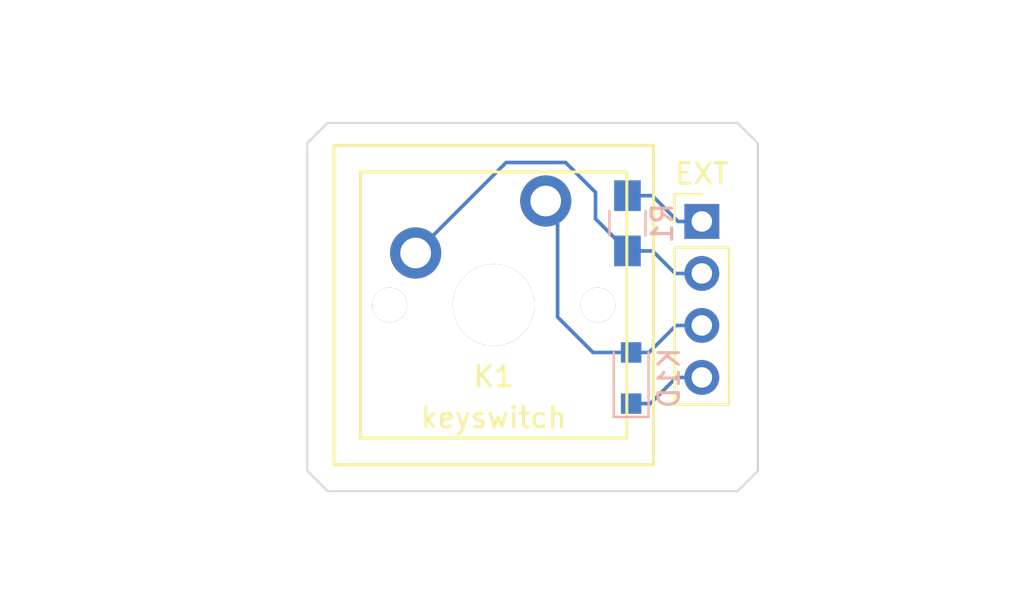
<source format=kicad_pcb>
(kicad_pcb (version 4) (host pcbnew 4.0.6)

  (general
    (links 6)
    (no_connects 4)
    (area 134.949999 110.949999 157.050001 129.050001)
    (thickness 1.6)
    (drawings 8)
    (tracks 24)
    (zones 0)
    (modules 4)
    (nets 6)
  )

  (page A4)
  (layers
    (0 F.Cu signal)
    (31 B.Cu signal)
    (32 B.Adhes user)
    (33 F.Adhes user)
    (34 B.Paste user)
    (35 F.Paste user)
    (36 B.SilkS user)
    (37 F.SilkS user)
    (38 B.Mask user)
    (39 F.Mask user)
    (40 Dwgs.User user)
    (41 Cmts.User user)
    (42 Eco1.User user)
    (43 Eco2.User user)
    (44 Edge.Cuts user)
    (45 Margin user)
    (46 B.CrtYd user)
    (47 F.CrtYd user)
    (48 B.Fab user hide)
    (49 F.Fab user hide)
  )

  (setup
    (last_trace_width 0.1778)
    (user_trace_width 0.254)
    (user_trace_width 0.508)
    (user_trace_width 0.762)
    (user_trace_width 1.016)
    (user_trace_width 1.27)
    (trace_clearance 0.1778)
    (zone_clearance 0.508)
    (zone_45_only no)
    (trace_min 0.1778)
    (segment_width 0.2)
    (edge_width 0.1)
    (via_size 0.8128)
    (via_drill 0.3302)
    (via_min_size 0.8128)
    (via_min_drill 0.3302)
    (user_via 0.8128 0.3302)
    (user_via 1.016 0.635)
    (uvia_size 0.8128)
    (uvia_drill 0.3302)
    (uvias_allowed no)
    (uvia_min_size 0.8128)
    (uvia_min_drill 0.3302)
    (pcb_text_width 0.3)
    (pcb_text_size 1.5 1.5)
    (mod_edge_width 0.15)
    (mod_text_size 1 1)
    (mod_text_width 0.15)
    (pad_size 1.5 1.5)
    (pad_drill 0.6)
    (pad_to_mask_clearance 0)
    (aux_axis_origin 0 0)
    (visible_elements FFFFFF7F)
    (pcbplotparams
      (layerselection 0x010fc_80000001)
      (usegerberextensions true)
      (excludeedgelayer true)
      (linewidth 0.100000)
      (plotframeref false)
      (viasonmask false)
      (mode 1)
      (useauxorigin false)
      (hpglpennumber 1)
      (hpglpenspeed 20)
      (hpglpendiameter 15)
      (hpglpenoverlay 2)
      (psnegative false)
      (psa4output false)
      (plotreference true)
      (plotvalue true)
      (plotinvisibletext false)
      (padsonsilk false)
      (subtractmaskfromsilk false)
      (outputformat 1)
      (mirror false)
      (drillshape 0)
      (scaleselection 1)
      (outputdirectory gerbers/))
  )

  (net 0 "")
  (net 1 GND)
  (net 2 x_y_diode)
  (net 3 y)
  (net 4 x)
  (net 5 5V)

  (net_class Default "This is the default net class."
    (clearance 0.1778)
    (trace_width 0.1778)
    (via_dia 0.8128)
    (via_drill 0.3302)
    (uvia_dia 0.8128)
    (uvia_drill 0.3302)
    (add_net 5V)
    (add_net x)
    (add_net x_y_diode)
    (add_net y)
  )

  (module Diodes_SMD:D_SOD-323_HandSoldering (layer B.Cu) (tedit 58641869) (tstamp 59F7FB8C)
    (at 150.81 123.47 90)
    (descr SOD-323)
    (tags SOD-323)
    (attr smd)
    (fp_text reference K1D (at 0 1.85 90) (layer B.SilkS)
      (effects (font (size 1 1) (thickness 0.15)) (justify mirror))
    )
    (fp_text value diode (at 0.1 -1.9 90) (layer B.Fab)
      (effects (font (size 1 1) (thickness 0.15)) (justify mirror))
    )
    (fp_text user %R (at 0 1.85 90) (layer B.Fab)
      (effects (font (size 1 1) (thickness 0.15)) (justify mirror))
    )
    (fp_line (start -1.9 0.85) (end -1.9 -0.85) (layer B.SilkS) (width 0.12))
    (fp_line (start 0.2 0) (end 0.45 0) (layer B.Fab) (width 0.1))
    (fp_line (start 0.2 -0.35) (end -0.3 0) (layer B.Fab) (width 0.1))
    (fp_line (start 0.2 0.35) (end 0.2 -0.35) (layer B.Fab) (width 0.1))
    (fp_line (start -0.3 0) (end 0.2 0.35) (layer B.Fab) (width 0.1))
    (fp_line (start -0.3 0) (end -0.5 0) (layer B.Fab) (width 0.1))
    (fp_line (start -0.3 0.35) (end -0.3 -0.35) (layer B.Fab) (width 0.1))
    (fp_line (start -0.9 -0.7) (end -0.9 0.7) (layer B.Fab) (width 0.1))
    (fp_line (start 0.9 -0.7) (end -0.9 -0.7) (layer B.Fab) (width 0.1))
    (fp_line (start 0.9 0.7) (end 0.9 -0.7) (layer B.Fab) (width 0.1))
    (fp_line (start -0.9 0.7) (end 0.9 0.7) (layer B.Fab) (width 0.1))
    (fp_line (start -2 0.95) (end 2 0.95) (layer B.CrtYd) (width 0.05))
    (fp_line (start 2 0.95) (end 2 -0.95) (layer B.CrtYd) (width 0.05))
    (fp_line (start -2 -0.95) (end 2 -0.95) (layer B.CrtYd) (width 0.05))
    (fp_line (start -2 0.95) (end -2 -0.95) (layer B.CrtYd) (width 0.05))
    (fp_line (start -1.9 -0.85) (end 1.25 -0.85) (layer B.SilkS) (width 0.12))
    (fp_line (start -1.9 0.85) (end 1.25 0.85) (layer B.SilkS) (width 0.12))
    (pad 1 smd rect (at -1.25 0 90) (size 1 1) (layers B.Cu B.Paste B.Mask)
      (net 3 y))
    (pad 2 smd rect (at 1.25 0 90) (size 1 1) (layers B.Cu B.Paste B.Mask)
      (net 2 x_y_diode))
    (model ${KISYS3DMOD}/Diodes_SMD.3dshapes/D_SOD-323.wrl
      (at (xyz 0 0 0))
      (scale (xyz 1 1 1))
      (rotate (xyz 0 0 0))
    )
  )

  (module myelin-kicad:cherry_mx_pcb_mount (layer F.Cu) (tedit 0) (tstamp 59F7FB74)
    (at 144.1 119.9)
    (descr "Cherry MX keyswitch (PCB mount)")
    (fp_text reference K1 (at 0 3.5) (layer F.SilkS)
      (effects (font (size 1 1) (thickness 0.15)))
    )
    (fp_text value keyswitch (at 0 5.5) (layer F.SilkS)
      (effects (font (size 1 1) (thickness 0.15)))
    )
    (fp_line (start -6.5 -6.5) (end -6.5 6.5) (layer F.SilkS) (width 0.15))
    (fp_line (start -6.5 6.5) (end 6.5 6.5) (layer F.SilkS) (width 0.15))
    (fp_line (start 6.5 6.5) (end 6.5 -6.5) (layer F.SilkS) (width 0.15))
    (fp_line (start 6.5 -6.5) (end -6.5 -6.5) (layer F.SilkS) (width 0.15))
    (fp_line (start -7.8 -7.8) (end -7.8 7.8) (layer F.SilkS) (width 0.15))
    (fp_line (start -7.8 7.8) (end 7.8 7.8) (layer F.SilkS) (width 0.15))
    (fp_line (start 7.8 7.8) (end 7.8 -7.8) (layer F.SilkS) (width 0.15))
    (fp_line (start 7.8 -7.8) (end -7.8 -7.8) (layer F.SilkS) (width 0.15))
    (pad M0 thru_hole circle (at 0 0) (size 3.9878 3.9878) (drill 3.9878) (layers *.Cu *.Mask))
    (pad M1 thru_hole circle (at -5.08 0) (size 1.7018 1.7018) (drill 1.7018) (layers *.Cu *.Mask))
    (pad M2 thru_hole circle (at 5.08 0) (size 1.7018 1.7018) (drill 1.7018) (layers *.Cu *.Mask))
    (pad 1 thru_hole circle (at -3.81 -2.54) (size 2.4986 2.4986) (drill 1.4986) (layers *.Cu *.Mask)
      (net 4 x))
    (pad 2 thru_hole circle (at 2.54 -5.08) (size 2.4986 2.4986) (drill 1.4986) (layers *.Cu *.Mask)
      (net 2 x_y_diode))
  )

  (module Resistors_SMD:R_0805_HandSoldering (layer B.Cu) (tedit 58E0A804) (tstamp 59F803C0)
    (at 150.63 115.91 90)
    (descr "Resistor SMD 0805, hand soldering")
    (tags "resistor 0805")
    (attr smd)
    (fp_text reference R1 (at 0 1.7 90) (layer B.SilkS)
      (effects (font (size 1 1) (thickness 0.15)) (justify mirror))
    )
    (fp_text value 10k (at 0 -1.75 90) (layer B.Fab)
      (effects (font (size 1 1) (thickness 0.15)) (justify mirror))
    )
    (fp_text user %R (at 0 0 90) (layer B.Fab)
      (effects (font (size 0.5 0.5) (thickness 0.075)) (justify mirror))
    )
    (fp_line (start -1 -0.62) (end -1 0.62) (layer B.Fab) (width 0.1))
    (fp_line (start 1 -0.62) (end -1 -0.62) (layer B.Fab) (width 0.1))
    (fp_line (start 1 0.62) (end 1 -0.62) (layer B.Fab) (width 0.1))
    (fp_line (start -1 0.62) (end 1 0.62) (layer B.Fab) (width 0.1))
    (fp_line (start 0.6 -0.88) (end -0.6 -0.88) (layer B.SilkS) (width 0.12))
    (fp_line (start -0.6 0.88) (end 0.6 0.88) (layer B.SilkS) (width 0.12))
    (fp_line (start -2.35 0.9) (end 2.35 0.9) (layer B.CrtYd) (width 0.05))
    (fp_line (start -2.35 0.9) (end -2.35 -0.9) (layer B.CrtYd) (width 0.05))
    (fp_line (start 2.35 -0.9) (end 2.35 0.9) (layer B.CrtYd) (width 0.05))
    (fp_line (start 2.35 -0.9) (end -2.35 -0.9) (layer B.CrtYd) (width 0.05))
    (pad 1 smd rect (at -1.35 0 90) (size 1.5 1.3) (layers B.Cu B.Paste B.Mask)
      (net 4 x))
    (pad 2 smd rect (at 1.35 0 90) (size 1.5 1.3) (layers B.Cu B.Paste B.Mask)
      (net 5 5V))
    (model ${KISYS3DMOD}/Resistors_SMD.3dshapes/R_0805.wrl
      (at (xyz 0 0 0))
      (scale (xyz 1 1 1))
      (rotate (xyz 0 0 0))
    )
  )

  (module Pin_Headers:Pin_Header_Straight_1x04_Pitch2.54mm (layer F.Cu) (tedit 59650532) (tstamp 59F80417)
    (at 154.26 115.82)
    (descr "Through hole straight pin header, 1x04, 2.54mm pitch, single row")
    (tags "Through hole pin header THT 1x04 2.54mm single row")
    (fp_text reference EXT (at 0 -2.33) (layer F.SilkS)
      (effects (font (size 1 1) (thickness 0.15)))
    )
    (fp_text value ext (at 0 9.95) (layer F.Fab)
      (effects (font (size 1 1) (thickness 0.15)))
    )
    (fp_line (start -0.635 -1.27) (end 1.27 -1.27) (layer F.Fab) (width 0.1))
    (fp_line (start 1.27 -1.27) (end 1.27 8.89) (layer F.Fab) (width 0.1))
    (fp_line (start 1.27 8.89) (end -1.27 8.89) (layer F.Fab) (width 0.1))
    (fp_line (start -1.27 8.89) (end -1.27 -0.635) (layer F.Fab) (width 0.1))
    (fp_line (start -1.27 -0.635) (end -0.635 -1.27) (layer F.Fab) (width 0.1))
    (fp_line (start -1.33 8.95) (end 1.33 8.95) (layer F.SilkS) (width 0.12))
    (fp_line (start -1.33 1.27) (end -1.33 8.95) (layer F.SilkS) (width 0.12))
    (fp_line (start 1.33 1.27) (end 1.33 8.95) (layer F.SilkS) (width 0.12))
    (fp_line (start -1.33 1.27) (end 1.33 1.27) (layer F.SilkS) (width 0.12))
    (fp_line (start -1.33 0) (end -1.33 -1.33) (layer F.SilkS) (width 0.12))
    (fp_line (start -1.33 -1.33) (end 0 -1.33) (layer F.SilkS) (width 0.12))
    (fp_line (start -1.8 -1.8) (end -1.8 9.4) (layer F.CrtYd) (width 0.05))
    (fp_line (start -1.8 9.4) (end 1.8 9.4) (layer F.CrtYd) (width 0.05))
    (fp_line (start 1.8 9.4) (end 1.8 -1.8) (layer F.CrtYd) (width 0.05))
    (fp_line (start 1.8 -1.8) (end -1.8 -1.8) (layer F.CrtYd) (width 0.05))
    (fp_text user %R (at 0 3.81 90) (layer F.Fab)
      (effects (font (size 1 1) (thickness 0.15)))
    )
    (pad 1 thru_hole rect (at 0 0) (size 1.7 1.7) (drill 1) (layers *.Cu *.Mask)
      (net 5 5V))
    (pad 2 thru_hole oval (at 0 2.54) (size 1.7 1.7) (drill 1) (layers *.Cu *.Mask)
      (net 4 x))
    (pad 3 thru_hole oval (at 0 5.08) (size 1.7 1.7) (drill 1) (layers *.Cu *.Mask)
      (net 2 x_y_diode))
    (pad 4 thru_hole oval (at 0 7.62) (size 1.7 1.7) (drill 1) (layers *.Cu *.Mask)
      (net 3 y))
    (model ${KISYS3DMOD}/Pin_Headers.3dshapes/Pin_Header_Straight_1x04_Pitch2.54mm.wrl
      (at (xyz 0 0 0))
      (scale (xyz 1 1 1))
      (rotate (xyz 0 0 0))
    )
  )

  (gr_line (start 136 111) (end 156 111) (layer Edge.Cuts) (width 0.1))
  (gr_line (start 135 112) (end 136 111) (layer Edge.Cuts) (width 0.1))
  (gr_line (start 135 128) (end 135 112) (layer Edge.Cuts) (width 0.1))
  (gr_line (start 136 129) (end 135 128) (layer Edge.Cuts) (width 0.1))
  (gr_line (start 156 129) (end 136 129) (layer Edge.Cuts) (width 0.1))
  (gr_line (start 157 128) (end 156 129) (layer Edge.Cuts) (width 0.1))
  (gr_line (start 157 112) (end 157 128) (layer Edge.Cuts) (width 0.1))
  (gr_line (start 156 111) (end 157 112) (layer Edge.Cuts) (width 0.1))

  (segment (start 146.64 114.82) (end 147.22 115.4) (width 0.1778) (layer B.Cu) (net 2))
  (segment (start 147.22 115.4) (end 147.22 120.49) (width 0.1778) (layer B.Cu) (net 2))
  (segment (start 147.22 120.49) (end 148.95 122.22) (width 0.1778) (layer B.Cu) (net 2))
  (segment (start 148.95 122.22) (end 150.1322 122.22) (width 0.1778) (layer B.Cu) (net 2))
  (segment (start 150.1322 122.22) (end 150.81 122.22) (width 0.1778) (layer B.Cu) (net 2))
  (segment (start 150.81 122.22) (end 151.68 122.22) (width 0.1778) (layer B.Cu) (net 2))
  (segment (start 151.68 122.22) (end 153 120.9) (width 0.1778) (layer B.Cu) (net 2))
  (segment (start 153 120.9) (end 154.26 120.9) (width 0.1778) (layer B.Cu) (net 2))
  (segment (start 150.81 124.72) (end 151.74 124.72) (width 0.1778) (layer B.Cu) (net 3))
  (segment (start 151.74 124.72) (end 153.02 123.44) (width 0.1778) (layer B.Cu) (net 3))
  (segment (start 153.02 123.44) (end 154.26 123.44) (width 0.1778) (layer B.Cu) (net 3))
  (segment (start 150.63 117.26) (end 151.86 117.26) (width 0.1778) (layer B.Cu) (net 4))
  (segment (start 151.86 117.26) (end 152.96 118.36) (width 0.1778) (layer B.Cu) (net 4))
  (segment (start 152.96 118.36) (end 154.26 118.36) (width 0.1778) (layer B.Cu) (net 4))
  (segment (start 150.63 117.26) (end 150.63 117.25) (width 0.1778) (layer B.Cu) (net 4))
  (segment (start 149.07 114.4) (end 147.61 112.94) (width 0.1778) (layer B.Cu) (net 4))
  (segment (start 150.63 117.25) (end 149.07 115.69) (width 0.1778) (layer B.Cu) (net 4))
  (segment (start 149.07 115.69) (end 149.07 114.4) (width 0.1778) (layer B.Cu) (net 4))
  (segment (start 147.61 112.94) (end 144.71 112.94) (width 0.1778) (layer B.Cu) (net 4))
  (segment (start 144.71 112.94) (end 141.539299 116.110701) (width 0.1778) (layer B.Cu) (net 4))
  (segment (start 141.539299 116.110701) (end 140.29 117.36) (width 0.1778) (layer B.Cu) (net 4))
  (segment (start 150.63 114.56) (end 151.84 114.56) (width 0.1778) (layer B.Cu) (net 5))
  (segment (start 151.84 114.56) (end 153.1 115.82) (width 0.1778) (layer B.Cu) (net 5))
  (segment (start 153.1 115.82) (end 154.26 115.82) (width 0.1778) (layer B.Cu) (net 5))

  (zone (net 1) (net_name GND) (layer F.Cu) (tstamp 0) (hatch edge 0.508)
    (connect_pads (clearance 0.254))
    (min_thickness 0.254)
    (fill yes (arc_segments 16) (thermal_gap 0.508) (thermal_bridge_width 0.508))
    (polygon
      (pts
        (xy 125 105) (xy 165 105) (xy 165 135) (xy 125 135)
      )
    )
  )
  (zone (net 1) (net_name GND) (layer B.Cu) (tstamp 0) (hatch edge 0.508)
    (connect_pads (clearance 0.254))
    (min_thickness 0.254)
    (fill yes (arc_segments 16) (thermal_gap 0.508) (thermal_bridge_width 0.508))
    (polygon
      (pts
        (xy 120 110) (xy 170 110) (xy 170 130) (xy 120 130)
      )
    )
  )
)

</source>
